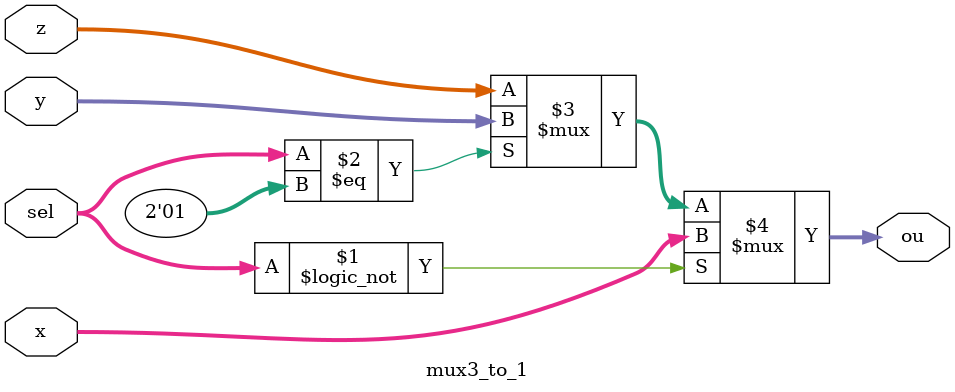
<source format=v>
module mux3_to_1(input [31:0] x, input [31:0] y, input [31:0] z, input [1:0] sel, output [31:0] ou);
    assign ou = (sel==2'b00)? x:
		(sel==2'b01)? y: z;
endmodule
</source>
